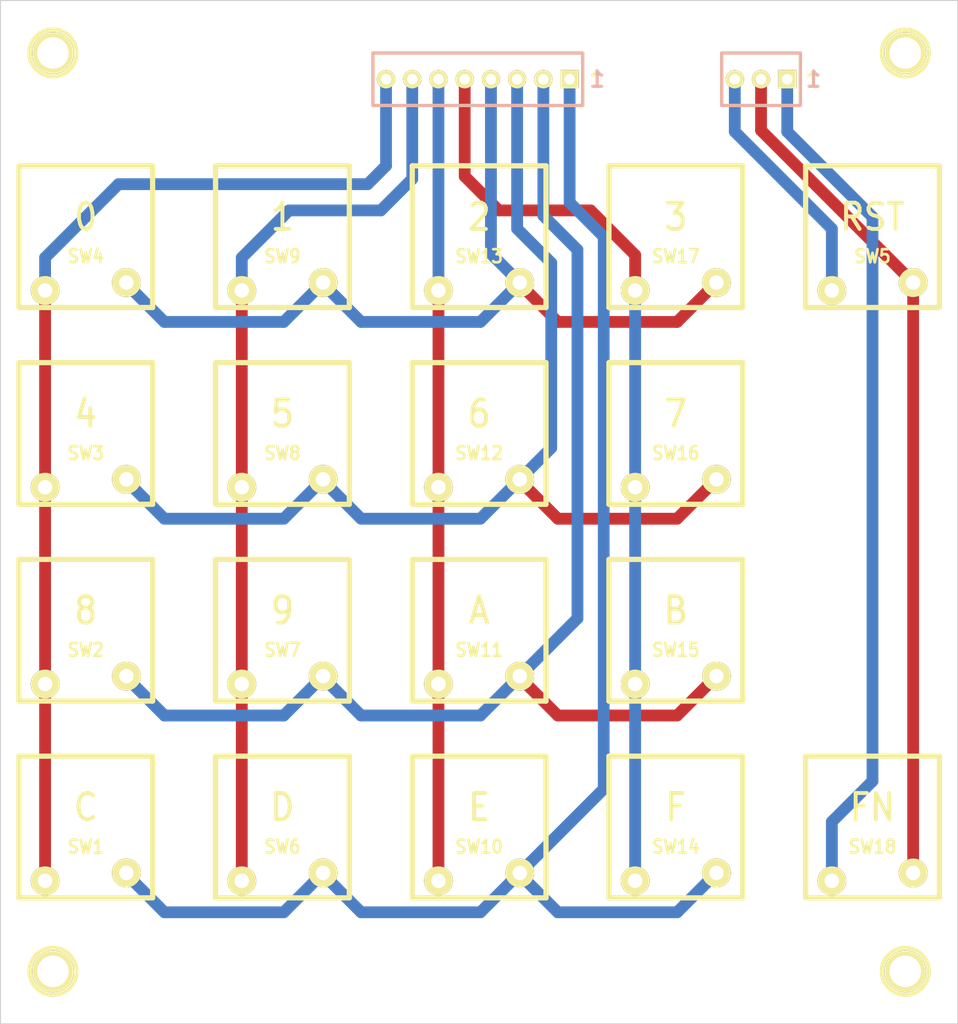
<source format=kicad_pcb>
(kicad_pcb (version 3) (host pcbnew "(2013-07-07 BZR 4022)-stable")

  (general
    (links 36)
    (no_connects 0)
    (area 147.269999 109.169999 240.080001 208.330001)
    (thickness 1.6)
    (drawings 8)
    (tracks 101)
    (zones 0)
    (modules 24)
    (nets 12)
  )

  (page A3)
  (layers
    (15 F.Cu signal)
    (0 B.Cu signal)
    (16 B.Adhes user)
    (17 F.Adhes user)
    (18 B.Paste user)
    (19 F.Paste user)
    (20 B.SilkS user)
    (21 F.SilkS user)
    (22 B.Mask user)
    (23 F.Mask user)
    (24 Dwgs.User user)
    (25 Cmts.User user)
    (26 Eco1.User user)
    (27 Eco2.User user)
    (28 Edge.Cuts user)
  )

  (setup
    (last_trace_width 1.143)
    (trace_clearance 0.254)
    (zone_clearance 0.508)
    (zone_45_only no)
    (trace_min 0.254)
    (segment_width 0.2)
    (edge_width 0.1)
    (via_size 0.889)
    (via_drill 0.635)
    (via_min_size 0.889)
    (via_min_drill 0.508)
    (uvia_size 0.508)
    (uvia_drill 0.127)
    (uvias_allowed no)
    (uvia_min_size 0.508)
    (uvia_min_drill 0.127)
    (pcb_text_width 0.3)
    (pcb_text_size 1.5 1.5)
    (mod_edge_width 0.3175)
    (mod_text_size 1 1)
    (mod_text_width 0.15)
    (pad_size 2.794 2.794)
    (pad_drill 1.397)
    (pad_to_mask_clearance 0.254)
    (aux_axis_origin 0 0)
    (visible_elements 7FFFFFBF)
    (pcbplotparams
      (layerselection 284196865)
      (usegerberextensions true)
      (excludeedgelayer false)
      (linewidth 0.020000)
      (plotframeref false)
      (viasonmask false)
      (mode 1)
      (useauxorigin false)
      (hpglpennumber 1)
      (hpglpenspeed 20)
      (hpglpendiameter 15)
      (hpglpenoverlay 2)
      (psnegative false)
      (psa4output false)
      (plotreference true)
      (plotvalue true)
      (plotothertext true)
      (plotinvisibletext false)
      (padsonsilk false)
      (subtractmaskfromsilk false)
      (outputformat 1)
      (mirror false)
      (drillshape 0)
      (scaleselection 1)
      (outputdirectory Gerber/))
  )

  (net 0 "")
  (net 1 GND)
  (net 2 N-0000013)
  (net 3 N-0000014)
  (net 4 N-0000015)
  (net 5 N-000002)
  (net 6 N-000003)
  (net 7 N-000004)
  (net 8 N-000005)
  (net 9 N-000006)
  (net 10 N-000007)
  (net 11 N-000008)

  (net_class Default "This is the default net class."
    (clearance 0.254)
    (trace_width 1.143)
    (via_dia 0.889)
    (via_drill 0.635)
    (uvia_dia 0.508)
    (uvia_drill 0.127)
    (add_net "")
    (add_net GND)
    (add_net N-0000013)
    (add_net N-0000014)
    (add_net N-0000015)
    (add_net N-000002)
    (add_net N-000003)
    (add_net N-000004)
    (add_net N-000005)
    (add_net N-000006)
    (add_net N-000007)
    (add_net N-000008)
  )

  (module VinKK3 (layer F.Cu) (tedit 5BE5FC24) (tstamp 5BE4B6BC)
    (at 214.63 116.84 180)
    (path /5BE0FD3F)
    (fp_text reference K1 (at -0.635 0 180) (layer F.SilkS) hide
      (effects (font (size 1.524 1.397) (thickness 0.3048)))
    )
    (fp_text value "" (at -6.35 4.445 180) (layer F.SilkS) hide
      (effects (font (size 1.778 1.651) (thickness 0.3048)))
    )
    (fp_line (start -2.54 2.54) (end -10.16 2.54) (layer B.SilkS) (width 0.3175))
    (fp_line (start -2.54 -2.54) (end -2.54 2.54) (layer B.SilkS) (width 0.3175))
    (fp_line (start -10.16 -2.54) (end -2.54 -2.54) (layer B.SilkS) (width 0.3175))
    (fp_line (start -10.16 2.54) (end -10.16 -2.54) (layer B.SilkS) (width 0.3175))
    (fp_line (start -10.16 2.54) (end -10.16 -2.54) (layer F.SilkS) (width 0.3175))
    (fp_line (start -2.54 2.54) (end -2.54 -2.54) (layer F.SilkS) (width 0.3175))
    (fp_line (start -10.16 -2.54) (end -2.54 -2.54) (layer F.SilkS) (width 0.3175))
    (fp_line (start -10.16 2.54) (end -2.54 2.54) (layer F.SilkS) (width 0.3175))
    (pad 1 thru_hole rect (at -8.89 0 180) (size 1.778 1.778) (drill 1.016)
      (layers *.Cu *.Mask F.SilkS)
      (net 9 N-000006)
    )
    (pad 2 thru_hole circle (at -6.35 0 180) (size 1.778 1.778) (drill 1.016)
      (layers *.Cu *.Mask F.SilkS)
      (net 1 GND)
    )
    (pad 3 thru_hole circle (at -3.81 0 180) (size 1.778 1.778) (drill 1.016)
      (layers *.Cu *.Mask F.SilkS)
      (net 10 N-000007)
    )
  )

  (module VinKK8 (layer F.Cu) (tedit 5BE5FB77) (tstamp 5BE4B695)
    (at 193.548 116.84 180)
    (path /5BE0FD30)
    (fp_text reference P1 (at 12.065 0 180) (layer F.SilkS) hide
      (effects (font (size 1.524 1.397) (thickness 0.3048)))
    )
    (fp_text value "" (at -0.127 4.445 180) (layer F.SilkS) hide
      (effects (font (size 1.778 1.651) (thickness 0.3048)))
    )
    (fp_line (start -10.16 -2.54) (end -10.16 2.54) (layer B.SilkS) (width 0.3175))
    (fp_line (start 10.16 2.54) (end -10.16 2.54) (layer B.SilkS) (width 0.3175))
    (fp_line (start 10.16 -2.54) (end 10.16 2.54) (layer B.SilkS) (width 0.3175))
    (fp_line (start -10.16 -2.54) (end 10.16 -2.54) (layer B.SilkS) (width 0.3175))
    (fp_line (start 10.16 2.54) (end 10.16 -2.54) (layer F.SilkS) (width 0.3175))
    (fp_line (start -10.16 2.54) (end -10.16 -2.54) (layer F.SilkS) (width 0.3175))
    (fp_line (start -10.16 -2.54) (end 10.16 -2.54) (layer F.SilkS) (width 0.3175))
    (fp_line (start -10.16 2.54) (end 10.16 2.54) (layer F.SilkS) (width 0.3175))
    (pad 1 thru_hole rect (at -8.89 0 180) (size 1.778 1.778) (drill 1.016)
      (layers *.Cu *.Mask F.SilkS)
      (net 4 N-0000015)
    )
    (pad 2 thru_hole circle (at -6.35 0 180) (size 1.778 1.778) (drill 1.016)
      (layers *.Cu *.Mask F.SilkS)
      (net 11 N-000008)
    )
    (pad 3 thru_hole circle (at -3.81 0 180) (size 1.778 1.778) (drill 1.016)
      (layers *.Cu *.Mask F.SilkS)
      (net 2 N-0000013)
    )
    (pad 4 thru_hole circle (at -1.27 0 180) (size 1.778 1.778) (drill 1.016)
      (layers *.Cu *.Mask F.SilkS)
      (net 3 N-0000014)
    )
    (pad 5 thru_hole circle (at 1.27 0 180) (size 1.778 1.778) (drill 1.016)
      (layers *.Cu *.Mask F.SilkS)
      (net 5 N-000002)
    )
    (pad 6 thru_hole circle (at 3.81 0 180) (size 1.778 1.778) (drill 1.016)
      (layers *.Cu *.Mask F.SilkS)
      (net 6 N-000003)
    )
    (pad 7 thru_hole circle (at 6.35 0 180) (size 1.778 1.778) (drill 1.016)
      (layers *.Cu *.Mask F.SilkS)
      (net 7 N-000004)
    )
    (pad 8 thru_hole circle (at 8.89 0 180) (size 1.778 1.778) (drill 1.016)
      (layers *.Cu *.Mask F.SilkS)
      (net 8 N-000005)
    )
  )

  (module SW_KB1 (layer F.Cu) (tedit 5BE60BEC) (tstamp 5BE349F3)
    (at 193.675 189.23)
    (path /5BC307E3)
    (fp_text reference SW10 (at 0 1.905) (layer F.SilkS)
      (effects (font (size 1.27 1.143) (thickness 0.254)))
    )
    (fp_text value E (at 0 -1.905) (layer F.SilkS)
      (effects (font (size 2.54 2.286) (thickness 0.381)))
    )
    (fp_line (start 6.477 -6.858) (end 6.477 6.858) (layer F.SilkS) (width 0.508))
    (fp_line (start -6.477 -6.858) (end -6.477 6.858) (layer F.SilkS) (width 0.508))
    (fp_line (start -6.477 -6.858) (end 6.477 -6.858) (layer F.SilkS) (width 0.508))
    (fp_line (start -6.477 6.858) (end 6.477 6.858) (layer F.SilkS) (width 0.508))
    (pad 1 thru_hole circle (at -3.937 5.207) (size 2.794 2.794) (drill 1.397)
      (layers *.Cu *.Mask F.SilkS)
      (net 6 N-000003)
    )
    (pad 2 thru_hole circle (at 3.937 4.445) (size 2.794 2.794) (drill 1.397)
      (layers *.Cu *.Mask F.SilkS)
      (net 4 N-0000015)
    )
  )

  (module SW_KB1 (layer F.Cu) (tedit 5BE60A9C) (tstamp 5BE349FD)
    (at 193.675 132.08)
    (path /5BC30819)
    (fp_text reference SW13 (at 0 1.905) (layer F.SilkS)
      (effects (font (size 1.27 1.143) (thickness 0.254)))
    )
    (fp_text value 2 (at 0 -1.905) (layer F.SilkS)
      (effects (font (size 2.54 2.286) (thickness 0.381)))
    )
    (fp_line (start 6.477 -6.858) (end 6.477 6.858) (layer F.SilkS) (width 0.508))
    (fp_line (start -6.477 -6.858) (end -6.477 6.858) (layer F.SilkS) (width 0.508))
    (fp_line (start -6.477 -6.858) (end 6.477 -6.858) (layer F.SilkS) (width 0.508))
    (fp_line (start -6.477 6.858) (end 6.477 6.858) (layer F.SilkS) (width 0.508))
    (pad 1 thru_hole circle (at -3.937 5.207) (size 2.794 2.794) (drill 1.397)
      (layers *.Cu *.Mask F.SilkS)
      (net 6 N-000003)
    )
    (pad 2 thru_hole circle (at 3.937 4.445) (size 2.794 2.794) (drill 1.397)
      (layers *.Cu *.Mask F.SilkS)
      (net 3 N-0000014)
    )
  )

  (module SW_KB1 (layer F.Cu) (tedit 5BE60A82) (tstamp 5BE34A07)
    (at 174.625 132.08)
    (path /5BC30813)
    (fp_text reference SW9 (at 0 1.905) (layer F.SilkS)
      (effects (font (size 1.27 1.143) (thickness 0.254)))
    )
    (fp_text value 1 (at 0 -1.905) (layer F.SilkS)
      (effects (font (size 2.54 2.286) (thickness 0.381)))
    )
    (fp_line (start 6.477 -6.858) (end 6.477 6.858) (layer F.SilkS) (width 0.508))
    (fp_line (start -6.477 -6.858) (end -6.477 6.858) (layer F.SilkS) (width 0.508))
    (fp_line (start -6.477 -6.858) (end 6.477 -6.858) (layer F.SilkS) (width 0.508))
    (fp_line (start -6.477 6.858) (end 6.477 6.858) (layer F.SilkS) (width 0.508))
    (pad 1 thru_hole circle (at -3.937 5.207) (size 2.794 2.794) (drill 1.397)
      (layers *.Cu *.Mask F.SilkS)
      (net 7 N-000004)
    )
    (pad 2 thru_hole circle (at 3.937 4.445) (size 2.794 2.794) (drill 1.397)
      (layers *.Cu *.Mask F.SilkS)
      (net 3 N-0000014)
    )
  )

  (module SW_KB1 (layer F.Cu) (tedit 5BE60B3D) (tstamp 5BE34A11)
    (at 212.725 151.13)
    (path /5BC3080D)
    (fp_text reference SW16 (at 0 1.905) (layer F.SilkS)
      (effects (font (size 1.27 1.143) (thickness 0.254)))
    )
    (fp_text value 7 (at 0 -1.905) (layer F.SilkS)
      (effects (font (size 2.54 2.286) (thickness 0.381)))
    )
    (fp_line (start 6.477 -6.858) (end 6.477 6.858) (layer F.SilkS) (width 0.508))
    (fp_line (start -6.477 -6.858) (end -6.477 6.858) (layer F.SilkS) (width 0.508))
    (fp_line (start -6.477 -6.858) (end 6.477 -6.858) (layer F.SilkS) (width 0.508))
    (fp_line (start -6.477 6.858) (end 6.477 6.858) (layer F.SilkS) (width 0.508))
    (pad 1 thru_hole circle (at -3.937 5.207) (size 2.794 2.794) (drill 1.397)
      (layers *.Cu *.Mask F.SilkS)
      (net 5 N-000002)
    )
    (pad 2 thru_hole circle (at 3.937 4.445) (size 2.794 2.794) (drill 1.397)
      (layers *.Cu *.Mask F.SilkS)
      (net 2 N-0000013)
    )
  )

  (module SW_KB1 (layer F.Cu) (tedit 5BE60B27) (tstamp 5BE34A1B)
    (at 193.675 151.13)
    (path /5BC30807)
    (fp_text reference SW12 (at 0 1.905) (layer F.SilkS)
      (effects (font (size 1.27 1.143) (thickness 0.254)))
    )
    (fp_text value 6 (at 0 -1.905) (layer F.SilkS)
      (effects (font (size 2.54 2.286) (thickness 0.381)))
    )
    (fp_line (start 6.477 -6.858) (end 6.477 6.858) (layer F.SilkS) (width 0.508))
    (fp_line (start -6.477 -6.858) (end -6.477 6.858) (layer F.SilkS) (width 0.508))
    (fp_line (start -6.477 -6.858) (end 6.477 -6.858) (layer F.SilkS) (width 0.508))
    (fp_line (start -6.477 6.858) (end 6.477 6.858) (layer F.SilkS) (width 0.508))
    (pad 1 thru_hole circle (at -3.937 5.207) (size 2.794 2.794) (drill 1.397)
      (layers *.Cu *.Mask F.SilkS)
      (net 6 N-000003)
    )
    (pad 2 thru_hole circle (at 3.937 4.445) (size 2.794 2.794) (drill 1.397)
      (layers *.Cu *.Mask F.SilkS)
      (net 2 N-0000013)
    )
  )

  (module SW_KB1 (layer F.Cu) (tedit 5BE60B0D) (tstamp 5BE34A25)
    (at 174.625 151.13)
    (path /5BC30801)
    (fp_text reference SW8 (at 0 1.905) (layer F.SilkS)
      (effects (font (size 1.27 1.143) (thickness 0.254)))
    )
    (fp_text value 5 (at 0 -1.905) (layer F.SilkS)
      (effects (font (size 2.54 2.286) (thickness 0.381)))
    )
    (fp_line (start 6.477 -6.858) (end 6.477 6.858) (layer F.SilkS) (width 0.508))
    (fp_line (start -6.477 -6.858) (end -6.477 6.858) (layer F.SilkS) (width 0.508))
    (fp_line (start -6.477 -6.858) (end 6.477 -6.858) (layer F.SilkS) (width 0.508))
    (fp_line (start -6.477 6.858) (end 6.477 6.858) (layer F.SilkS) (width 0.508))
    (pad 1 thru_hole circle (at -3.937 5.207) (size 2.794 2.794) (drill 1.397)
      (layers *.Cu *.Mask F.SilkS)
      (net 7 N-000004)
    )
    (pad 2 thru_hole circle (at 3.937 4.445) (size 2.794 2.794) (drill 1.397)
      (layers *.Cu *.Mask F.SilkS)
      (net 2 N-0000013)
    )
  )

  (module SW_KB1 (layer F.Cu) (tedit 5BE60BA4) (tstamp 5BE34A2F)
    (at 212.725 170.18)
    (path /5BC307FB)
    (fp_text reference SW15 (at 0 1.905) (layer F.SilkS)
      (effects (font (size 1.27 1.143) (thickness 0.254)))
    )
    (fp_text value B (at 0 -1.905) (layer F.SilkS)
      (effects (font (size 2.54 2.286) (thickness 0.381)))
    )
    (fp_line (start 6.477 -6.858) (end 6.477 6.858) (layer F.SilkS) (width 0.508))
    (fp_line (start -6.477 -6.858) (end -6.477 6.858) (layer F.SilkS) (width 0.508))
    (fp_line (start -6.477 -6.858) (end 6.477 -6.858) (layer F.SilkS) (width 0.508))
    (fp_line (start -6.477 6.858) (end 6.477 6.858) (layer F.SilkS) (width 0.508))
    (pad 1 thru_hole circle (at -3.937 5.207) (size 2.794 2.794) (drill 1.397)
      (layers *.Cu *.Mask F.SilkS)
      (net 5 N-000002)
    )
    (pad 2 thru_hole circle (at 3.937 4.445) (size 2.794 2.794) (drill 1.397)
      (layers *.Cu *.Mask F.SilkS)
      (net 11 N-000008)
    )
  )

  (module SW_KB1 (layer F.Cu) (tedit 5BE60B90) (tstamp 5BE34A39)
    (at 193.675 170.18)
    (path /5BC307F5)
    (fp_text reference SW11 (at 0 1.905) (layer F.SilkS)
      (effects (font (size 1.27 1.143) (thickness 0.254)))
    )
    (fp_text value A (at 0 -1.905) (layer F.SilkS)
      (effects (font (size 2.54 2.286) (thickness 0.381)))
    )
    (fp_line (start 6.477 -6.858) (end 6.477 6.858) (layer F.SilkS) (width 0.508))
    (fp_line (start -6.477 -6.858) (end -6.477 6.858) (layer F.SilkS) (width 0.508))
    (fp_line (start -6.477 -6.858) (end 6.477 -6.858) (layer F.SilkS) (width 0.508))
    (fp_line (start -6.477 6.858) (end 6.477 6.858) (layer F.SilkS) (width 0.508))
    (pad 1 thru_hole circle (at -3.937 5.207) (size 2.794 2.794) (drill 1.397)
      (layers *.Cu *.Mask F.SilkS)
      (net 6 N-000003)
    )
    (pad 2 thru_hole circle (at 3.937 4.445) (size 2.794 2.794) (drill 1.397)
      (layers *.Cu *.Mask F.SilkS)
      (net 11 N-000008)
    )
  )

  (module SW_KB1 (layer F.Cu) (tedit 5BE60B76) (tstamp 5BE34A43)
    (at 174.625 170.18)
    (path /5BC307EF)
    (fp_text reference SW7 (at 0 1.905) (layer F.SilkS)
      (effects (font (size 1.27 1.143) (thickness 0.254)))
    )
    (fp_text value 9 (at 0 -1.905) (layer F.SilkS)
      (effects (font (size 2.54 2.286) (thickness 0.381)))
    )
    (fp_line (start 6.477 -6.858) (end 6.477 6.858) (layer F.SilkS) (width 0.508))
    (fp_line (start -6.477 -6.858) (end -6.477 6.858) (layer F.SilkS) (width 0.508))
    (fp_line (start -6.477 -6.858) (end 6.477 -6.858) (layer F.SilkS) (width 0.508))
    (fp_line (start -6.477 6.858) (end 6.477 6.858) (layer F.SilkS) (width 0.508))
    (pad 1 thru_hole circle (at -3.937 5.207) (size 2.794 2.794) (drill 1.397)
      (layers *.Cu *.Mask F.SilkS)
      (net 7 N-000004)
    )
    (pad 2 thru_hole circle (at 3.937 4.445) (size 2.794 2.794) (drill 1.397)
      (layers *.Cu *.Mask F.SilkS)
      (net 11 N-000008)
    )
  )

  (module SW_KB1 (layer F.Cu) (tedit 5BE60C03) (tstamp 5BE34A4D)
    (at 212.725 189.23)
    (path /5BC307E9)
    (fp_text reference SW14 (at 0 1.905) (layer F.SilkS)
      (effects (font (size 1.27 1.143) (thickness 0.254)))
    )
    (fp_text value F (at 0 -1.905) (layer F.SilkS)
      (effects (font (size 2.54 2.286) (thickness 0.381)))
    )
    (fp_line (start 6.477 -6.858) (end 6.477 6.858) (layer F.SilkS) (width 0.508))
    (fp_line (start -6.477 -6.858) (end -6.477 6.858) (layer F.SilkS) (width 0.508))
    (fp_line (start -6.477 -6.858) (end 6.477 -6.858) (layer F.SilkS) (width 0.508))
    (fp_line (start -6.477 6.858) (end 6.477 6.858) (layer F.SilkS) (width 0.508))
    (pad 1 thru_hole circle (at -3.937 5.207) (size 2.794 2.794) (drill 1.397)
      (layers *.Cu *.Mask F.SilkS)
      (net 5 N-000002)
    )
    (pad 2 thru_hole circle (at 3.937 4.445) (size 2.794 2.794) (drill 1.397)
      (layers *.Cu *.Mask F.SilkS)
      (net 4 N-0000015)
    )
  )

  (module SW_KB1 (layer F.Cu) (tedit 5BE60BD5) (tstamp 5BE34A57)
    (at 174.625 189.23)
    (path /5BC307DD)
    (fp_text reference SW6 (at 0 1.905) (layer F.SilkS)
      (effects (font (size 1.27 1.143) (thickness 0.254)))
    )
    (fp_text value D (at 0 -1.905) (layer F.SilkS)
      (effects (font (size 2.54 2.286) (thickness 0.381)))
    )
    (fp_line (start 6.477 -6.858) (end 6.477 6.858) (layer F.SilkS) (width 0.508))
    (fp_line (start -6.477 -6.858) (end -6.477 6.858) (layer F.SilkS) (width 0.508))
    (fp_line (start -6.477 -6.858) (end 6.477 -6.858) (layer F.SilkS) (width 0.508))
    (fp_line (start -6.477 6.858) (end 6.477 6.858) (layer F.SilkS) (width 0.508))
    (pad 1 thru_hole circle (at -3.937 5.207) (size 2.794 2.794) (drill 1.397)
      (layers *.Cu *.Mask F.SilkS)
      (net 7 N-000004)
    )
    (pad 2 thru_hole circle (at 3.937 4.445) (size 2.794 2.794) (drill 1.397)
      (layers *.Cu *.Mask F.SilkS)
      (net 4 N-0000015)
    )
  )

  (module SW_KB1 (layer F.Cu) (tedit 5BE60A68) (tstamp 5BE34A61)
    (at 155.575 132.08)
    (path /5BC307D7)
    (fp_text reference SW4 (at 0 1.905) (layer F.SilkS)
      (effects (font (size 1.27 1.143) (thickness 0.254)))
    )
    (fp_text value 0 (at 0 -1.905) (layer F.SilkS)
      (effects (font (size 2.54 2.286) (thickness 0.381)))
    )
    (fp_line (start 6.477 -6.858) (end 6.477 6.858) (layer F.SilkS) (width 0.508))
    (fp_line (start -6.477 -6.858) (end -6.477 6.858) (layer F.SilkS) (width 0.508))
    (fp_line (start -6.477 -6.858) (end 6.477 -6.858) (layer F.SilkS) (width 0.508))
    (fp_line (start -6.477 6.858) (end 6.477 6.858) (layer F.SilkS) (width 0.508))
    (pad 1 thru_hole circle (at -3.937 5.207) (size 2.794 2.794) (drill 1.397)
      (layers *.Cu *.Mask F.SilkS)
      (net 8 N-000005)
    )
    (pad 2 thru_hole circle (at 3.937 4.445) (size 2.794 2.794) (drill 1.397)
      (layers *.Cu *.Mask F.SilkS)
      (net 3 N-0000014)
    )
  )

  (module SW_KB1 (layer F.Cu) (tedit 5BE60AF7) (tstamp 5BE34A6B)
    (at 155.575 151.13)
    (path /5BC307D1)
    (fp_text reference SW3 (at 0 1.905) (layer F.SilkS)
      (effects (font (size 1.27 1.143) (thickness 0.254)))
    )
    (fp_text value 4 (at 0 -1.905) (layer F.SilkS)
      (effects (font (size 2.54 2.286) (thickness 0.381)))
    )
    (fp_line (start 6.477 -6.858) (end 6.477 6.858) (layer F.SilkS) (width 0.508))
    (fp_line (start -6.477 -6.858) (end -6.477 6.858) (layer F.SilkS) (width 0.508))
    (fp_line (start -6.477 -6.858) (end 6.477 -6.858) (layer F.SilkS) (width 0.508))
    (fp_line (start -6.477 6.858) (end 6.477 6.858) (layer F.SilkS) (width 0.508))
    (pad 1 thru_hole circle (at -3.937 5.207) (size 2.794 2.794) (drill 1.397)
      (layers *.Cu *.Mask F.SilkS)
      (net 8 N-000005)
    )
    (pad 2 thru_hole circle (at 3.937 4.445) (size 2.794 2.794) (drill 1.397)
      (layers *.Cu *.Mask F.SilkS)
      (net 2 N-0000013)
    )
  )

  (module SW_KB1 (layer F.Cu) (tedit 5BE60B60) (tstamp 5BE34A75)
    (at 155.575 170.18)
    (path /5BC307CB)
    (fp_text reference SW2 (at 0 1.905) (layer F.SilkS)
      (effects (font (size 1.27 1.143) (thickness 0.254)))
    )
    (fp_text value 8 (at 0 -1.905) (layer F.SilkS)
      (effects (font (size 2.54 2.286) (thickness 0.381)))
    )
    (fp_line (start 6.477 -6.858) (end 6.477 6.858) (layer F.SilkS) (width 0.508))
    (fp_line (start -6.477 -6.858) (end -6.477 6.858) (layer F.SilkS) (width 0.508))
    (fp_line (start -6.477 -6.858) (end 6.477 -6.858) (layer F.SilkS) (width 0.508))
    (fp_line (start -6.477 6.858) (end 6.477 6.858) (layer F.SilkS) (width 0.508))
    (pad 1 thru_hole circle (at -3.937 5.207) (size 2.794 2.794) (drill 1.397)
      (layers *.Cu *.Mask F.SilkS)
      (net 8 N-000005)
    )
    (pad 2 thru_hole circle (at 3.937 4.445) (size 2.794 2.794) (drill 1.397)
      (layers *.Cu *.Mask F.SilkS)
      (net 11 N-000008)
    )
  )

  (module SW_KB1 (layer F.Cu) (tedit 5BE60BBD) (tstamp 5BE34A7F)
    (at 155.575 189.23)
    (path /5BC307C5)
    (fp_text reference SW1 (at 0 1.905) (layer F.SilkS)
      (effects (font (size 1.27 1.143) (thickness 0.254)))
    )
    (fp_text value C (at 0 -1.905) (layer F.SilkS)
      (effects (font (size 2.54 2.286) (thickness 0.381)))
    )
    (fp_line (start 6.477 -6.858) (end 6.477 6.858) (layer F.SilkS) (width 0.508))
    (fp_line (start -6.477 -6.858) (end -6.477 6.858) (layer F.SilkS) (width 0.508))
    (fp_line (start -6.477 -6.858) (end 6.477 -6.858) (layer F.SilkS) (width 0.508))
    (fp_line (start -6.477 6.858) (end 6.477 6.858) (layer F.SilkS) (width 0.508))
    (pad 1 thru_hole circle (at -3.937 5.207) (size 2.794 2.794) (drill 1.397)
      (layers *.Cu *.Mask F.SilkS)
      (net 8 N-000005)
    )
    (pad 2 thru_hole circle (at 3.937 4.445) (size 2.794 2.794) (drill 1.397)
      (layers *.Cu *.Mask F.SilkS)
      (net 4 N-0000015)
    )
  )

  (module SW_KB1 (layer F.Cu) (tedit 5BE60AB9) (tstamp 5BE34A89)
    (at 212.725 132.08)
    (path /5BC3081F)
    (fp_text reference SW17 (at 0 1.905) (layer F.SilkS)
      (effects (font (size 1.27 1.143) (thickness 0.254)))
    )
    (fp_text value 3 (at 0 -1.905) (layer F.SilkS)
      (effects (font (size 2.54 2.286) (thickness 0.381)))
    )
    (fp_line (start 6.477 -6.858) (end 6.477 6.858) (layer F.SilkS) (width 0.508))
    (fp_line (start -6.477 -6.858) (end -6.477 6.858) (layer F.SilkS) (width 0.508))
    (fp_line (start -6.477 -6.858) (end 6.477 -6.858) (layer F.SilkS) (width 0.508))
    (fp_line (start -6.477 6.858) (end 6.477 6.858) (layer F.SilkS) (width 0.508))
    (pad 1 thru_hole circle (at -3.937 5.207) (size 2.794 2.794) (drill 1.397)
      (layers *.Cu *.Mask F.SilkS)
      (net 5 N-000002)
    )
    (pad 2 thru_hole circle (at 3.937 4.445) (size 2.794 2.794) (drill 1.397)
      (layers *.Cu *.Mask F.SilkS)
      (net 3 N-0000014)
    )
  )

  (module SW_KB1 (layer F.Cu) (tedit 5BE60C1A) (tstamp 5BE34A93)
    (at 231.775 189.23)
    (path /5BC3087B)
    (fp_text reference SW18 (at 0 1.905) (layer F.SilkS)
      (effects (font (size 1.27 1.143) (thickness 0.254)))
    )
    (fp_text value FN (at 0 -1.905) (layer F.SilkS)
      (effects (font (size 2.54 2.286) (thickness 0.381)))
    )
    (fp_line (start 6.477 -6.858) (end 6.477 6.858) (layer F.SilkS) (width 0.508))
    (fp_line (start -6.477 -6.858) (end -6.477 6.858) (layer F.SilkS) (width 0.508))
    (fp_line (start -6.477 -6.858) (end 6.477 -6.858) (layer F.SilkS) (width 0.508))
    (fp_line (start -6.477 6.858) (end 6.477 6.858) (layer F.SilkS) (width 0.508))
    (pad 1 thru_hole circle (at -3.937 5.207) (size 2.794 2.794) (drill 1.397)
      (layers *.Cu *.Mask F.SilkS)
      (net 9 N-000006)
    )
    (pad 2 thru_hole circle (at 3.937 4.445) (size 2.794 2.794) (drill 1.397)
      (layers *.Cu *.Mask F.SilkS)
      (net 1 GND)
    )
  )

  (module SW_KB1 (layer F.Cu) (tedit 5BE60AD8) (tstamp 5BE34A9D)
    (at 231.775 132.08)
    (path /5BC30881)
    (fp_text reference SW5 (at 0 1.905) (layer F.SilkS)
      (effects (font (size 1.27 1.143) (thickness 0.254)))
    )
    (fp_text value RST (at 0 -1.905) (layer F.SilkS)
      (effects (font (size 2.54 2.286) (thickness 0.381)))
    )
    (fp_line (start 6.477 -6.858) (end 6.477 6.858) (layer F.SilkS) (width 0.508))
    (fp_line (start -6.477 -6.858) (end -6.477 6.858) (layer F.SilkS) (width 0.508))
    (fp_line (start -6.477 -6.858) (end 6.477 -6.858) (layer F.SilkS) (width 0.508))
    (fp_line (start -6.477 6.858) (end 6.477 6.858) (layer F.SilkS) (width 0.508))
    (pad 1 thru_hole circle (at -3.937 5.207) (size 2.794 2.794) (drill 1.397)
      (layers *.Cu *.Mask F.SilkS)
      (net 10 N-000007)
    )
    (pad 2 thru_hole circle (at 3.937 4.445) (size 2.794 2.794) (drill 1.397)
      (layers *.Cu *.Mask F.SilkS)
      (net 1 GND)
    )
  )

  (module 1pin (layer F.Cu) (tedit 5BE3782F) (tstamp 5BE34AAF)
    (at 152.4 114.3)
    (descr "module 1 pin (ou trou mecanique de percage)")
    (tags DEV)
    (path /5BC2FF25)
    (fp_text reference P2 (at 0 -3.048) (layer F.SilkS) hide
      (effects (font (size 1.016 1.016) (thickness 0.254)))
    )
    (fp_text value CONN_1 (at 0 2.794) (layer F.SilkS) hide
      (effects (font (size 1.016 1.016) (thickness 0.254)))
    )
    (fp_circle (center 0 0) (end 0 -2.286) (layer F.SilkS) (width 0.381))
    (pad 1 thru_hole circle (at 0 0) (size 4.064 4.064) (drill 3.048)
      (layers *.Cu *.Mask F.SilkS)
    )
  )

  (module 1pin (layer F.Cu) (tedit 5BE37836) (tstamp 5BE34AB5)
    (at 234.95 114.3)
    (descr "module 1 pin (ou trou mecanique de percage)")
    (tags DEV)
    (path /5BC2FF1F)
    (fp_text reference P3 (at 0 -3.048) (layer F.SilkS) hide
      (effects (font (size 1.016 1.016) (thickness 0.254)))
    )
    (fp_text value CONN_1 (at 0 2.794) (layer F.SilkS) hide
      (effects (font (size 1.016 1.016) (thickness 0.254)))
    )
    (fp_circle (center 0 0) (end 0 -2.286) (layer F.SilkS) (width 0.381))
    (pad 1 thru_hole circle (at 0 0) (size 4.064 4.064) (drill 3.048)
      (layers *.Cu *.Mask F.SilkS)
    )
  )

  (module 1pin (layer F.Cu) (tedit 5BE3783F) (tstamp 5BE34ABB)
    (at 152.4 203.2)
    (descr "module 1 pin (ou trou mecanique de percage)")
    (tags DEV)
    (path /5BC2FF19)
    (fp_text reference P4 (at 0 -3.048) (layer F.SilkS) hide
      (effects (font (size 1.016 1.016) (thickness 0.254)))
    )
    (fp_text value CONN_1 (at 0 2.794) (layer F.SilkS) hide
      (effects (font (size 1.016 1.016) (thickness 0.254)))
    )
    (fp_circle (center 0 0) (end 0 -2.286) (layer F.SilkS) (width 0.381))
    (pad 1 thru_hole circle (at 0 0) (size 4.064 4.064) (drill 3.048)
      (layers *.Cu *.Mask F.SilkS)
    )
  )

  (module 1pin (layer F.Cu) (tedit 5BE37848) (tstamp 5BE34AC1)
    (at 234.95 203.2)
    (descr "module 1 pin (ou trou mecanique de percage)")
    (tags DEV)
    (path /5BC2FF0C)
    (fp_text reference P5 (at 0 -3.048) (layer F.SilkS) hide
      (effects (font (size 1.016 1.016) (thickness 0.254)))
    )
    (fp_text value CONN_1 (at 0 2.794) (layer F.SilkS) hide
      (effects (font (size 1.016 1.016) (thickness 0.254)))
    )
    (fp_circle (center 0 0) (end 0 -2.286) (layer F.SilkS) (width 0.381))
    (pad 1 thru_hole circle (at 0 0) (size 4.064 4.064) (drill 3.048)
      (layers *.Cu *.Mask F.SilkS)
    )
  )

  (gr_text 1 (at 226.06 116.84) (layer F.SilkS)
    (effects (font (size 1.5 1.5) (thickness 0.3)))
  )
  (gr_text 1 (at 226.06 116.84) (layer B.SilkS)
    (effects (font (size 1.5 1.5) (thickness 0.3)) (justify mirror))
  )
  (gr_text 1 (at 205.105 116.84) (layer B.SilkS)
    (effects (font (size 1.5 1.5) (thickness 0.3)) (justify mirror))
  )
  (gr_text 1 (at 205.105 116.84) (layer F.SilkS)
    (effects (font (size 1.5 1.5) (thickness 0.3)))
  )
  (gr_line (start 240.03 208.28) (end 147.32 208.28) (angle 90) (layer Edge.Cuts) (width 0.1))
  (gr_line (start 240.03 109.22) (end 147.32 109.22) (angle 90) (layer Edge.Cuts) (width 0.1))
  (gr_line (start 240.03 208.28) (end 240.03 109.22) (angle 90) (layer Edge.Cuts) (width 0.1))
  (gr_line (start 147.32 109.22) (end 147.32 208.28) (angle 90) (layer Edge.Cuts) (width 0.1))

  (segment (start 220.98 116.84) (end 220.98 121.793) (width 1.143) (layer F.Cu) (net 1))
  (segment (start 220.98 121.793) (end 235.712 136.525) (width 1.143) (layer F.Cu) (net 1) (tstamp 5BE608A7))
  (segment (start 235.712 193.675) (end 235.712 136.525) (width 1.143) (layer F.Cu) (net 1))
  (segment (start 197.612 155.575) (end 197.612 155.702) (width 1.143) (layer F.Cu) (net 2))
  (segment (start 197.612 155.702) (end 201.295 159.385) (width 1.143) (layer F.Cu) (net 2) (tstamp 5BE4BBDA))
  (segment (start 201.295 159.385) (end 212.852 159.385) (width 1.143) (layer F.Cu) (net 2) (tstamp 5BE4BBDC))
  (segment (start 212.852 159.385) (end 216.662 155.575) (width 1.143) (layer F.Cu) (net 2) (tstamp 5BE4BBDD))
  (segment (start 197.358 116.84) (end 197.358 131.318) (width 1.143) (layer B.Cu) (net 2))
  (segment (start 197.358 131.318) (end 200.66 134.62) (width 1.143) (layer B.Cu) (net 2) (tstamp 5BE4BBAA))
  (segment (start 200.66 134.62) (end 200.66 152.527) (width 1.143) (layer B.Cu) (net 2) (tstamp 5BE4BBAD))
  (segment (start 200.66 152.527) (end 197.612 155.575) (width 1.143) (layer B.Cu) (net 2) (tstamp 5BE4BBB1))
  (segment (start 178.562 155.575) (end 178.562 155.702) (width 1.143) (layer B.Cu) (net 2))
  (segment (start 178.562 155.702) (end 182.245 159.385) (width 1.143) (layer B.Cu) (net 2) (tstamp 5BE4B9BE))
  (segment (start 182.245 159.385) (end 193.802 159.385) (width 1.143) (layer B.Cu) (net 2) (tstamp 5BE4B9BF))
  (segment (start 193.802 159.385) (end 197.612 155.575) (width 1.143) (layer B.Cu) (net 2) (tstamp 5BE4B9C3))
  (segment (start 159.512 155.575) (end 159.512 155.702) (width 1.143) (layer B.Cu) (net 2))
  (segment (start 159.512 155.702) (end 163.195 159.385) (width 1.143) (layer B.Cu) (net 2) (tstamp 5BE4B9B6))
  (segment (start 163.195 159.385) (end 174.752 159.385) (width 1.143) (layer B.Cu) (net 2) (tstamp 5BE4B9B8))
  (segment (start 174.752 159.385) (end 178.562 155.575) (width 1.143) (layer B.Cu) (net 2) (tstamp 5BE4B9BA))
  (segment (start 197.612 136.525) (end 197.612 136.652) (width 1.143) (layer F.Cu) (net 3))
  (segment (start 197.612 136.652) (end 201.295 140.335) (width 1.143) (layer F.Cu) (net 3) (tstamp 5BE4BB8D))
  (segment (start 201.295 140.335) (end 212.852 140.335) (width 1.143) (layer F.Cu) (net 3) (tstamp 5BE4BB8F))
  (segment (start 212.852 140.335) (end 216.662 136.525) (width 1.143) (layer F.Cu) (net 3) (tstamp 5BE4BB92))
  (segment (start 194.818 116.84) (end 194.818 133.731) (width 1.143) (layer B.Cu) (net 3))
  (segment (start 194.818 133.731) (end 197.612 136.525) (width 1.143) (layer B.Cu) (net 3) (tstamp 5BE4BB51))
  (segment (start 178.562 136.525) (end 178.562 136.652) (width 1.143) (layer B.Cu) (net 3))
  (segment (start 193.802 140.335) (end 197.612 136.525) (width 1.143) (layer B.Cu) (net 3) (tstamp 5BE4B985))
  (segment (start 182.245 140.335) (end 193.802 140.335) (width 1.143) (layer B.Cu) (net 3) (tstamp 5BE4B983))
  (segment (start 178.562 136.652) (end 182.245 140.335) (width 1.143) (layer B.Cu) (net 3) (tstamp 5BE4B982))
  (segment (start 159.512 136.525) (end 159.512 136.652) (width 1.143) (layer B.Cu) (net 3))
  (segment (start 159.512 136.652) (end 163.195 140.335) (width 1.143) (layer B.Cu) (net 3) (tstamp 5BE4B977))
  (segment (start 163.195 140.335) (end 174.752 140.335) (width 1.143) (layer B.Cu) (net 3) (tstamp 5BE4B97C))
  (segment (start 174.752 140.335) (end 178.562 136.525) (width 1.143) (layer B.Cu) (net 3) (tstamp 5BE4B97E))
  (segment (start 202.438 116.84) (end 202.438 128.778) (width 1.143) (layer B.Cu) (net 4))
  (segment (start 205.74 185.547) (end 197.612 193.675) (width 1.143) (layer B.Cu) (net 4) (tstamp 5BE4BC56))
  (segment (start 205.74 132.08) (end 205.74 185.547) (width 1.143) (layer B.Cu) (net 4) (tstamp 5BE4BC4D))
  (segment (start 202.438 128.778) (end 205.74 132.08) (width 1.143) (layer B.Cu) (net 4) (tstamp 5BE4BC4A))
  (segment (start 197.612 193.675) (end 197.612 193.802) (width 1.143) (layer B.Cu) (net 4))
  (segment (start 197.612 193.802) (end 201.295 197.485) (width 1.143) (layer B.Cu) (net 4) (tstamp 5BE4BA34))
  (segment (start 201.295 197.485) (end 212.852 197.485) (width 1.143) (layer B.Cu) (net 4) (tstamp 5BE4BA35))
  (segment (start 212.852 197.485) (end 216.662 193.675) (width 1.143) (layer B.Cu) (net 4) (tstamp 5BE4BA37))
  (segment (start 178.562 193.675) (end 178.562 193.802) (width 1.143) (layer B.Cu) (net 4))
  (segment (start 178.562 193.802) (end 182.245 197.485) (width 1.143) (layer B.Cu) (net 4) (tstamp 5BE4BA2D))
  (segment (start 182.245 197.485) (end 193.802 197.485) (width 1.143) (layer B.Cu) (net 4) (tstamp 5BE4BA2E))
  (segment (start 193.802 197.485) (end 197.612 193.675) (width 1.143) (layer B.Cu) (net 4) (tstamp 5BE4BA30))
  (segment (start 159.512 193.675) (end 159.512 193.802) (width 1.143) (layer B.Cu) (net 4))
  (segment (start 159.512 193.802) (end 163.195 197.485) (width 1.143) (layer B.Cu) (net 4) (tstamp 5BE4BA24))
  (segment (start 163.195 197.485) (end 174.752 197.485) (width 1.143) (layer B.Cu) (net 4) (tstamp 5BE4BA26))
  (segment (start 174.752 197.485) (end 178.562 193.675) (width 1.143) (layer B.Cu) (net 4) (tstamp 5BE4BA29))
  (segment (start 208.788 194.437) (end 208.788 175.387) (width 1.143) (layer B.Cu) (net 5))
  (segment (start 208.788 175.387) (end 208.788 156.337) (width 1.143) (layer B.Cu) (net 5))
  (segment (start 208.788 156.337) (end 208.788 137.287) (width 1.143) (layer B.Cu) (net 5))
  (segment (start 192.278 116.84) (end 192.278 126.238) (width 1.143) (layer F.Cu) (net 5))
  (segment (start 208.788 133.858) (end 208.788 137.287) (width 1.143) (layer F.Cu) (net 5) (tstamp 5BE4B824))
  (segment (start 204.47 129.54) (end 208.788 133.858) (width 1.143) (layer F.Cu) (net 5) (tstamp 5BE4B821))
  (segment (start 195.58 129.54) (end 204.47 129.54) (width 1.143) (layer F.Cu) (net 5) (tstamp 5BE4B81F))
  (segment (start 192.278 126.238) (end 195.58 129.54) (width 1.143) (layer F.Cu) (net 5) (tstamp 5BE4B817))
  (segment (start 189.738 116.84) (end 189.738 137.287) (width 1.143) (layer B.Cu) (net 6))
  (segment (start 189.738 156.337) (end 189.738 137.287) (width 1.143) (layer F.Cu) (net 6))
  (segment (start 189.738 175.387) (end 189.738 156.337) (width 1.143) (layer F.Cu) (net 6))
  (segment (start 189.738 194.437) (end 189.738 175.387) (width 1.143) (layer F.Cu) (net 6))
  (segment (start 187.198 116.84) (end 187.198 126.492) (width 1.143) (layer B.Cu) (net 7))
  (segment (start 187.198 126.492) (end 184.15 129.54) (width 1.143) (layer B.Cu) (net 7) (tstamp 5BE4BB00))
  (segment (start 184.15 129.54) (end 175.26 129.54) (width 1.143) (layer B.Cu) (net 7) (tstamp 5BE4BB04))
  (segment (start 175.26 129.54) (end 170.688 134.112) (width 1.143) (layer B.Cu) (net 7) (tstamp 5BE4BB06))
  (segment (start 170.688 134.112) (end 170.688 137.287) (width 1.143) (layer B.Cu) (net 7) (tstamp 5BE4BB0A))
  (segment (start 170.688 156.337) (end 170.688 137.287) (width 1.143) (layer F.Cu) (net 7))
  (segment (start 170.688 175.387) (end 170.688 156.337) (width 1.143) (layer F.Cu) (net 7))
  (segment (start 170.688 194.437) (end 170.688 175.387) (width 1.143) (layer F.Cu) (net 7))
  (segment (start 184.658 116.84) (end 184.658 125.222) (width 1.143) (layer B.Cu) (net 8))
  (segment (start 151.638 134.112) (end 151.638 137.287) (width 1.143) (layer B.Cu) (net 8) (tstamp 5BE4BAC9))
  (segment (start 158.75 127) (end 151.638 134.112) (width 1.143) (layer B.Cu) (net 8) (tstamp 5BE4BAC5))
  (segment (start 182.88 127) (end 158.75 127) (width 1.143) (layer B.Cu) (net 8) (tstamp 5BE4BAC3))
  (segment (start 184.658 125.222) (end 182.88 127) (width 1.143) (layer B.Cu) (net 8) (tstamp 5BE4BAC0))
  (segment (start 151.638 156.337) (end 151.638 137.287) (width 1.143) (layer F.Cu) (net 8))
  (segment (start 151.638 175.387) (end 151.638 156.337) (width 1.143) (layer F.Cu) (net 8))
  (segment (start 151.638 194.437) (end 151.638 175.387) (width 1.143) (layer F.Cu) (net 8))
  (segment (start 223.52 116.84) (end 223.52 121.92) (width 1.143) (layer B.Cu) (net 9))
  (segment (start 227.838 188.722) (end 227.838 194.437) (width 1.143) (layer B.Cu) (net 9) (tstamp 5BE60857))
  (segment (start 231.775 184.785) (end 227.838 188.722) (width 1.143) (layer B.Cu) (net 9) (tstamp 5BE60853))
  (segment (start 231.775 130.175) (end 231.775 184.785) (width 1.143) (layer B.Cu) (net 9) (tstamp 5BE6084C))
  (segment (start 223.52 121.92) (end 231.775 130.175) (width 1.143) (layer B.Cu) (net 9) (tstamp 5BE60847))
  (segment (start 218.44 116.84) (end 218.44 121.92) (width 1.143) (layer B.Cu) (net 10))
  (segment (start 227.838 131.318) (end 227.838 137.287) (width 1.143) (layer B.Cu) (net 10) (tstamp 5BE6083D))
  (segment (start 218.44 121.92) (end 227.838 131.318) (width 1.143) (layer B.Cu) (net 10) (tstamp 5BE60836))
  (segment (start 197.612 174.625) (end 197.612 174.752) (width 1.143) (layer F.Cu) (net 11))
  (segment (start 197.612 174.752) (end 201.295 178.435) (width 1.143) (layer F.Cu) (net 11) (tstamp 5BE4BC26))
  (segment (start 201.295 178.435) (end 212.852 178.435) (width 1.143) (layer F.Cu) (net 11) (tstamp 5BE4BC28))
  (segment (start 212.852 178.435) (end 216.662 174.625) (width 1.143) (layer F.Cu) (net 11) (tstamp 5BE4BC2B))
  (segment (start 199.898 116.84) (end 199.898 130.048) (width 1.143) (layer B.Cu) (net 11))
  (segment (start 199.898 130.048) (end 203.2 133.35) (width 1.143) (layer B.Cu) (net 11) (tstamp 5BE4BBFC))
  (segment (start 203.2 133.35) (end 203.2 169.037) (width 1.143) (layer B.Cu) (net 11) (tstamp 5BE4BBFF))
  (segment (start 203.2 169.037) (end 197.612 174.625) (width 1.143) (layer B.Cu) (net 11) (tstamp 5BE4BC04))
  (segment (start 178.562 174.625) (end 178.562 174.752) (width 1.143) (layer B.Cu) (net 11))
  (segment (start 178.562 174.752) (end 182.245 178.435) (width 1.143) (layer B.Cu) (net 11) (tstamp 5BE4B9FC))
  (segment (start 182.245 178.435) (end 193.802 178.435) (width 1.143) (layer B.Cu) (net 11) (tstamp 5BE4B9FD))
  (segment (start 193.802 178.435) (end 197.612 174.625) (width 1.143) (layer B.Cu) (net 11) (tstamp 5BE4B9FF))
  (segment (start 159.512 174.625) (end 159.512 174.752) (width 1.143) (layer B.Cu) (net 11))
  (segment (start 159.512 174.752) (end 163.195 178.435) (width 1.143) (layer B.Cu) (net 11) (tstamp 5BE4B9F1))
  (segment (start 163.195 178.435) (end 174.752 178.435) (width 1.143) (layer B.Cu) (net 11) (tstamp 5BE4B9F4))
  (segment (start 174.752 178.435) (end 178.562 174.625) (width 1.143) (layer B.Cu) (net 11) (tstamp 5BE4B9F8))

)

</source>
